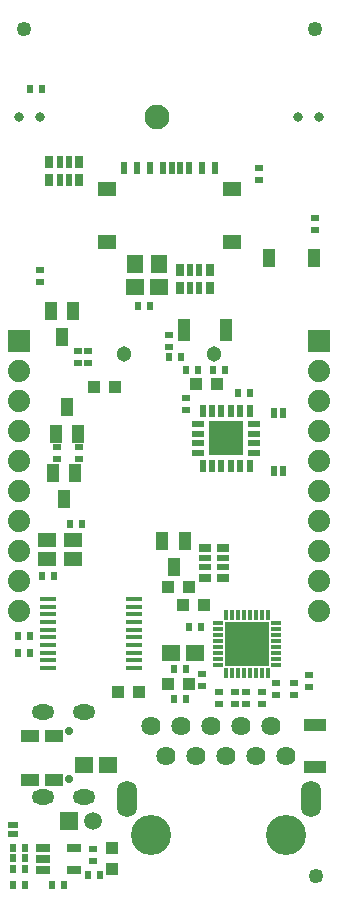
<source format=gbr>
G04 #@! TF.GenerationSoftware,KiCad,Pcbnew,5.1.0-unknown-a7c8df5~94~ubuntu18.04.1*
G04 #@! TF.CreationDate,2019-03-22T16:10:05+02:00*
G04 #@! TF.ProjectId,ESP32-PoE_Rev_D,45535033-322d-4506-9f45-5f5265765f44,D*
G04 #@! TF.SameCoordinates,Original*
G04 #@! TF.FileFunction,Soldermask,Bot*
G04 #@! TF.FilePolarity,Negative*
%FSLAX46Y46*%
G04 Gerber Fmt 4.6, Leading zero omitted, Abs format (unit mm)*
G04 Created by KiCad (PCBNEW 5.1.0-unknown-a7c8df5~94~ubuntu18.04.1) date 2019-03-22 16:10:05*
%MOMM*%
%LPD*%
G04 APERTURE LIST*
%ADD10C,2.101600*%
%ADD11R,0.863600X0.609600*%
%ADD12R,1.501600X1.301600*%
%ADD13R,0.601600X0.651600*%
%ADD14R,1.117600X1.879600*%
%ADD15C,0.801600*%
%ADD16C,1.301600*%
%ADD17R,0.482600X1.117600*%
%ADD18R,0.736600X1.117600*%
%ADD19R,1.101600X1.501600*%
%ADD20R,1.117600X1.117600*%
%ADD21R,0.651600X0.601600*%
%ADD22R,1.101600X0.501600*%
%ADD23R,0.501600X1.101600*%
%ADD24R,2.901599X2.901599*%
%ADD25R,3.701600X3.701600*%
%ADD26R,0.800000X0.800000*%
%ADD27R,1.822400X1.822400*%
%ADD28R,0.351600X0.901600*%
%ADD29R,0.901600X0.351600*%
%ADD30R,1.625600X1.371600*%
%ADD31R,1.117600X0.482600*%
%ADD32R,1.117600X0.736600*%
%ADD33C,0.701600*%
%ADD34O,1.901600X1.301600*%
%ADD35C,1.625600*%
%ADD36O,1.701600X3.101599*%
%ADD37C,3.401601*%
%ADD38R,0.601600X1.101600*%
%ADD39R,1.601600X1.301600*%
%ADD40R,1.879600X1.117600*%
%ADD41R,1.371600X0.426600*%
%ADD42C,1.879600*%
%ADD43R,1.879600X1.879600*%
%ADD44C,1.254000*%
%ADD45R,1.501600X1.501600*%
%ADD46C,1.501600*%
%ADD47R,1.371600X1.625600*%
%ADD48R,1.301600X0.651600*%
%ADD49R,1.501600X1.101600*%
%ADD50R,0.609600X0.863600*%
G04 APERTURE END LIST*
D10*
X103140000Y-104235000D03*
D11*
X90932000Y-164973000D03*
X90932000Y-164211000D03*
D12*
X95969000Y-140043000D03*
X93769000Y-141643000D03*
X93769000Y-140043000D03*
X95969000Y-141643000D03*
D13*
X95758000Y-138684000D03*
X96774000Y-138684000D03*
D14*
X108966000Y-122301000D03*
X105410000Y-122301000D03*
D15*
X115059000Y-104267000D03*
X116859000Y-104267000D03*
X91421000Y-104267000D03*
X93221000Y-104267000D03*
D16*
X107950000Y-124333000D03*
X100330000Y-124333000D03*
D17*
X106680000Y-117221000D03*
X105918000Y-117221000D03*
X106680000Y-118745000D03*
X105918000Y-118745000D03*
D18*
X107569000Y-117221000D03*
X107569000Y-118745000D03*
X105029000Y-117221000D03*
X105029000Y-118745000D03*
D19*
X94107000Y-120650000D03*
X96009460Y-120650000D03*
X95054420Y-122859800D03*
D20*
X106426000Y-126873000D03*
X108204000Y-126873000D03*
D21*
X96520000Y-132207000D03*
X96520000Y-133223000D03*
X94615000Y-133223000D03*
X94615000Y-132207000D03*
D22*
X106616000Y-132645000D03*
X106616000Y-131845000D03*
X106616000Y-131045000D03*
X106616000Y-130245000D03*
D23*
X106966000Y-129095000D03*
X107766000Y-129095000D03*
X108566000Y-129095000D03*
X109366000Y-129095000D03*
X110166000Y-129095000D03*
X110966000Y-129095000D03*
D22*
X111316000Y-130245000D03*
X111316000Y-131045000D03*
X111316000Y-131845000D03*
X111316000Y-132645000D03*
D23*
X110966000Y-133795000D03*
X110166000Y-133795000D03*
X109366000Y-133795000D03*
X108566000Y-133795000D03*
X107766000Y-133795000D03*
X106966000Y-133795000D03*
D24*
X108966000Y-131445000D03*
D25*
X110744000Y-148844000D03*
D26*
X112044000Y-149344000D03*
X112044000Y-148344000D03*
X111244000Y-147544000D03*
X110244000Y-147544000D03*
X109444000Y-148344000D03*
X109444000Y-149344000D03*
X110244000Y-150144000D03*
X111244000Y-150144000D03*
D27*
X110744000Y-148844000D03*
D28*
X108994000Y-151294000D03*
X109494000Y-151294000D03*
X109994000Y-151294000D03*
X110494000Y-151294000D03*
X110994000Y-151294000D03*
X111494000Y-151294000D03*
X111994000Y-151294000D03*
X112494000Y-151294000D03*
D29*
X113194000Y-150594000D03*
X113194000Y-150094000D03*
X113194000Y-149594000D03*
X113194000Y-149094000D03*
X113194000Y-148594000D03*
X113194000Y-148094000D03*
X113194000Y-147594000D03*
X113194000Y-147094000D03*
D28*
X112494000Y-146394000D03*
X111994000Y-146394000D03*
X111494000Y-146394000D03*
X110994000Y-146394000D03*
X110494000Y-146394000D03*
X109994000Y-146394000D03*
X109494000Y-146394000D03*
X108994000Y-146394000D03*
D29*
X108294000Y-147094000D03*
X108294000Y-147594000D03*
X108294000Y-148094000D03*
X108294000Y-148594000D03*
X108294000Y-149094000D03*
X108294000Y-149594000D03*
X108294000Y-150094000D03*
X108294000Y-150594000D03*
D21*
X116459000Y-113792000D03*
X116459000Y-112776000D03*
D19*
X116400000Y-116195000D03*
X112600000Y-116195000D03*
D13*
X93345000Y-143129000D03*
X94361000Y-143129000D03*
D30*
X104267000Y-149606000D03*
X106299000Y-149606000D03*
D19*
X96453960Y-131028440D03*
X94551500Y-131028440D03*
X95506540Y-128818640D03*
D17*
X95631000Y-108077000D03*
X94869000Y-108077000D03*
X95631000Y-109601000D03*
X94869000Y-109601000D03*
D18*
X96520000Y-108077000D03*
X96520000Y-109601000D03*
X93980000Y-108077000D03*
X93980000Y-109601000D03*
D31*
X107188000Y-141605000D03*
X107188000Y-142367000D03*
X108712000Y-141605000D03*
X108712000Y-142367000D03*
D32*
X107188000Y-140716000D03*
X108712000Y-140716000D03*
X107188000Y-143256000D03*
X108712000Y-143256000D03*
D33*
X95626000Y-156242000D03*
X95626000Y-160242000D03*
D34*
X93476000Y-154642000D03*
X96946000Y-154642000D03*
X96946000Y-161842000D03*
X93476000Y-161842000D03*
D20*
X101600000Y-152908000D03*
X99822000Y-152908000D03*
X105791000Y-144018000D03*
X104013000Y-144018000D03*
X104013000Y-152273000D03*
X105791000Y-152273000D03*
X105283000Y-145542000D03*
X107061000Y-145542000D03*
D35*
X102616000Y-155806000D03*
X103886000Y-158346000D03*
X105156000Y-155806000D03*
X106426000Y-158346000D03*
X107696000Y-155806000D03*
X108966000Y-158346000D03*
X110236000Y-155806000D03*
X111506000Y-158346000D03*
X112776000Y-155806000D03*
X114046000Y-158346000D03*
D36*
X100531000Y-161946000D03*
X116131000Y-161946000D03*
D37*
X102616000Y-164996000D03*
X114046000Y-164996000D03*
D38*
X100290000Y-108587000D03*
X101390000Y-108587000D03*
X102490000Y-108587000D03*
X103590000Y-108587000D03*
X104340000Y-108587000D03*
X105040000Y-108587000D03*
X105790000Y-108587000D03*
X106890000Y-108587000D03*
X107990000Y-108587000D03*
D39*
X109440000Y-110337000D03*
X98840000Y-110337000D03*
X109440000Y-114787000D03*
X98840000Y-114787000D03*
D40*
X116459000Y-159258000D03*
X116459000Y-155702000D03*
D30*
X101219000Y-118618000D03*
X103251000Y-118618000D03*
D19*
X94300040Y-134401560D03*
X96202500Y-134401560D03*
X95247460Y-136611360D03*
D41*
X93916500Y-150880000D03*
X93916500Y-150230000D03*
X93916500Y-149580000D03*
X93916500Y-148930000D03*
X93916500Y-148280000D03*
X93916500Y-147630000D03*
X93916500Y-146980000D03*
X93916500Y-146330000D03*
X93916500Y-145680000D03*
X93916500Y-145030000D03*
X101155500Y-145030000D03*
X101155500Y-145680000D03*
X101155500Y-146330000D03*
X101155500Y-146980000D03*
X101155500Y-147630000D03*
X101155500Y-148280000D03*
X101155500Y-148930000D03*
X101155500Y-149580000D03*
X101155500Y-150230000D03*
X101155500Y-150880000D03*
D20*
X99314000Y-167894000D03*
X99314000Y-166116000D03*
D42*
X91440000Y-130840000D03*
X91440000Y-128300000D03*
X91440000Y-125760000D03*
D43*
X91440000Y-123220000D03*
D42*
X91440000Y-133380000D03*
X91440000Y-135920000D03*
X91440000Y-141000000D03*
X91440000Y-138460000D03*
X91440000Y-143540000D03*
X91440000Y-146080000D03*
X116840000Y-130840000D03*
X116840000Y-128300000D03*
X116840000Y-125760000D03*
D43*
X116840000Y-123220000D03*
D42*
X116840000Y-133380000D03*
X116840000Y-135920000D03*
X116840000Y-141000000D03*
X116840000Y-138460000D03*
X116840000Y-143540000D03*
X116840000Y-146080000D03*
D19*
X103571040Y-140116560D03*
X105473500Y-140116560D03*
X104518460Y-142326360D03*
D13*
X91313000Y-149606000D03*
X92329000Y-149606000D03*
X91313000Y-148209000D03*
X92329000Y-148209000D03*
D21*
X97663000Y-167259000D03*
X97663000Y-166243000D03*
X96393000Y-124079000D03*
X96393000Y-125095000D03*
D13*
X94234000Y-169291000D03*
X95250000Y-169291000D03*
D21*
X109728000Y-152908000D03*
X109728000Y-153924000D03*
X108331000Y-152908000D03*
X108331000Y-153924000D03*
X112014000Y-152908000D03*
X112014000Y-153924000D03*
X110617000Y-152908000D03*
X110617000Y-153924000D03*
X114681000Y-152146000D03*
X114681000Y-153162000D03*
X115951000Y-151511000D03*
X115951000Y-152527000D03*
D13*
X90932000Y-169291000D03*
X91948000Y-169291000D03*
D21*
X106934000Y-152400000D03*
X106934000Y-151384000D03*
X105537000Y-129032000D03*
X105537000Y-128016000D03*
D13*
X109982000Y-127635000D03*
X110998000Y-127635000D03*
X102489000Y-120269000D03*
X101473000Y-120269000D03*
D21*
X111760000Y-108585000D03*
X111760000Y-109601000D03*
D13*
X104140000Y-124587000D03*
X105156000Y-124587000D03*
D21*
X104140000Y-122682000D03*
X104140000Y-123698000D03*
X93218000Y-117221000D03*
X93218000Y-118237000D03*
D13*
X104521000Y-153543000D03*
X105537000Y-153543000D03*
D21*
X113157000Y-152146000D03*
X113157000Y-153162000D03*
D13*
X104521000Y-151003000D03*
X105537000Y-151003000D03*
X105791000Y-147447000D03*
X106807000Y-147447000D03*
D44*
X91821000Y-96774000D03*
X116459000Y-96774000D03*
X116586000Y-168529000D03*
D45*
X95638620Y-163852860D03*
D46*
X97650300Y-163850320D03*
D47*
X101219000Y-116713000D03*
X103251000Y-116713000D03*
D13*
X108839000Y-125666500D03*
X107823000Y-125666500D03*
D20*
X99568000Y-127127000D03*
X97790000Y-127127000D03*
D21*
X97282000Y-125095000D03*
X97282000Y-124079000D03*
D30*
X96964500Y-159131000D03*
X98996500Y-159131000D03*
D48*
X93442000Y-168018500D03*
X93442000Y-167068500D03*
X93442000Y-166118500D03*
X96042000Y-168018500D03*
X96042000Y-166118500D03*
D13*
X98298000Y-168402000D03*
X97282000Y-168402000D03*
X92329000Y-101854000D03*
X93345000Y-101854000D03*
X91948000Y-167894000D03*
X90932000Y-167894000D03*
X106553000Y-125666500D03*
X105537000Y-125666500D03*
D49*
X94361000Y-156596000D03*
X94361000Y-160396000D03*
X92329000Y-160396000D03*
X92329000Y-156596000D03*
D13*
X90932000Y-166116000D03*
X91948000Y-166116000D03*
X91948000Y-167005000D03*
X90932000Y-167005000D03*
D50*
X113792000Y-134239000D03*
X113030000Y-134239000D03*
X113792000Y-129286000D03*
X113030000Y-129286000D03*
M02*

</source>
